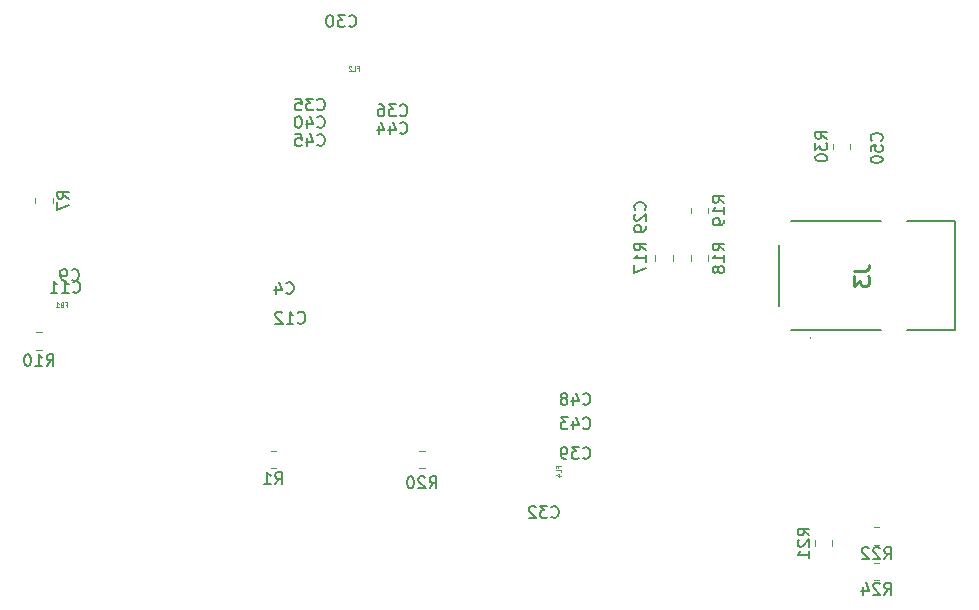
<source format=gbr>
%TF.GenerationSoftware,KiCad,Pcbnew,8.0.2*%
%TF.CreationDate,2025-01-28T20:19:24-08:00*%
%TF.ProjectId,design_revb_2chip,64657369-676e-45f7-9265-76625f326368,rev?*%
%TF.SameCoordinates,Original*%
%TF.FileFunction,Legend,Bot*%
%TF.FilePolarity,Positive*%
%FSLAX46Y46*%
G04 Gerber Fmt 4.6, Leading zero omitted, Abs format (unit mm)*
G04 Created by KiCad (PCBNEW 8.0.2) date 2025-01-28 20:19:24*
%MOMM*%
%LPD*%
G01*
G04 APERTURE LIST*
%ADD10C,0.098425*%
%ADD11C,0.150000*%
%ADD12C,0.254000*%
%ADD13C,0.120000*%
%ADD14C,0.200000*%
%ADD15C,0.100000*%
G04 APERTURE END LIST*
D10*
X181333084Y-75900790D02*
X181464317Y-75900790D01*
X181464317Y-76107014D02*
X181464317Y-75713313D01*
X181464317Y-75713313D02*
X181276841Y-75713313D01*
X180995626Y-75900790D02*
X180939383Y-75919538D01*
X180939383Y-75919538D02*
X180920635Y-75938285D01*
X180920635Y-75938285D02*
X180901887Y-75975781D01*
X180901887Y-75975781D02*
X180901887Y-76032024D01*
X180901887Y-76032024D02*
X180920635Y-76069519D01*
X180920635Y-76069519D02*
X180939383Y-76088267D01*
X180939383Y-76088267D02*
X180976878Y-76107014D01*
X180976878Y-76107014D02*
X181126859Y-76107014D01*
X181126859Y-76107014D02*
X181126859Y-75713313D01*
X181126859Y-75713313D02*
X180995626Y-75713313D01*
X180995626Y-75713313D02*
X180958130Y-75732061D01*
X180958130Y-75732061D02*
X180939383Y-75750809D01*
X180939383Y-75750809D02*
X180920635Y-75788304D01*
X180920635Y-75788304D02*
X180920635Y-75825799D01*
X180920635Y-75825799D02*
X180939383Y-75863295D01*
X180939383Y-75863295D02*
X180958130Y-75882042D01*
X180958130Y-75882042D02*
X180995626Y-75900790D01*
X180995626Y-75900790D02*
X181126859Y-75900790D01*
X180526934Y-76107014D02*
X180751906Y-76107014D01*
X180639420Y-76107014D02*
X180639420Y-75713313D01*
X180639420Y-75713313D02*
X180676915Y-75769556D01*
X180676915Y-75769556D02*
X180714411Y-75807052D01*
X180714411Y-75807052D02*
X180751906Y-75825799D01*
X206030588Y-55900790D02*
X206161821Y-55900790D01*
X206161821Y-56107014D02*
X206161821Y-55713313D01*
X206161821Y-55713313D02*
X205974345Y-55713313D01*
X205636887Y-56107014D02*
X205824363Y-56107014D01*
X205824363Y-56107014D02*
X205824363Y-55713313D01*
X205524401Y-55750809D02*
X205505653Y-55732061D01*
X205505653Y-55732061D02*
X205468158Y-55713313D01*
X205468158Y-55713313D02*
X205374420Y-55713313D01*
X205374420Y-55713313D02*
X205336924Y-55732061D01*
X205336924Y-55732061D02*
X205318177Y-55750809D01*
X205318177Y-55750809D02*
X205299429Y-55788304D01*
X205299429Y-55788304D02*
X205299429Y-55825799D01*
X205299429Y-55825799D02*
X205318177Y-55882042D01*
X205318177Y-55882042D02*
X205543149Y-56107014D01*
X205543149Y-56107014D02*
X205299429Y-56107014D01*
D11*
X250642857Y-97454819D02*
X250976190Y-96978628D01*
X251214285Y-97454819D02*
X251214285Y-96454819D01*
X251214285Y-96454819D02*
X250833333Y-96454819D01*
X250833333Y-96454819D02*
X250738095Y-96502438D01*
X250738095Y-96502438D02*
X250690476Y-96550057D01*
X250690476Y-96550057D02*
X250642857Y-96645295D01*
X250642857Y-96645295D02*
X250642857Y-96788152D01*
X250642857Y-96788152D02*
X250690476Y-96883390D01*
X250690476Y-96883390D02*
X250738095Y-96931009D01*
X250738095Y-96931009D02*
X250833333Y-96978628D01*
X250833333Y-96978628D02*
X251214285Y-96978628D01*
X250261904Y-96550057D02*
X250214285Y-96502438D01*
X250214285Y-96502438D02*
X250119047Y-96454819D01*
X250119047Y-96454819D02*
X249880952Y-96454819D01*
X249880952Y-96454819D02*
X249785714Y-96502438D01*
X249785714Y-96502438D02*
X249738095Y-96550057D01*
X249738095Y-96550057D02*
X249690476Y-96645295D01*
X249690476Y-96645295D02*
X249690476Y-96740533D01*
X249690476Y-96740533D02*
X249738095Y-96883390D01*
X249738095Y-96883390D02*
X250309523Y-97454819D01*
X250309523Y-97454819D02*
X249690476Y-97454819D01*
X249309523Y-96550057D02*
X249261904Y-96502438D01*
X249261904Y-96502438D02*
X249166666Y-96454819D01*
X249166666Y-96454819D02*
X248928571Y-96454819D01*
X248928571Y-96454819D02*
X248833333Y-96502438D01*
X248833333Y-96502438D02*
X248785714Y-96550057D01*
X248785714Y-96550057D02*
X248738095Y-96645295D01*
X248738095Y-96645295D02*
X248738095Y-96740533D01*
X248738095Y-96740533D02*
X248785714Y-96883390D01*
X248785714Y-96883390D02*
X249357142Y-97454819D01*
X249357142Y-97454819D02*
X248738095Y-97454819D01*
X199079166Y-91104819D02*
X199412499Y-90628628D01*
X199650594Y-91104819D02*
X199650594Y-90104819D01*
X199650594Y-90104819D02*
X199269642Y-90104819D01*
X199269642Y-90104819D02*
X199174404Y-90152438D01*
X199174404Y-90152438D02*
X199126785Y-90200057D01*
X199126785Y-90200057D02*
X199079166Y-90295295D01*
X199079166Y-90295295D02*
X199079166Y-90438152D01*
X199079166Y-90438152D02*
X199126785Y-90533390D01*
X199126785Y-90533390D02*
X199174404Y-90581009D01*
X199174404Y-90581009D02*
X199269642Y-90628628D01*
X199269642Y-90628628D02*
X199650594Y-90628628D01*
X198126785Y-91104819D02*
X198698213Y-91104819D01*
X198412499Y-91104819D02*
X198412499Y-90104819D01*
X198412499Y-90104819D02*
X198507737Y-90247676D01*
X198507737Y-90247676D02*
X198602975Y-90342914D01*
X198602975Y-90342914D02*
X198698213Y-90390533D01*
X244304819Y-95444642D02*
X243828628Y-95111309D01*
X244304819Y-94873214D02*
X243304819Y-94873214D01*
X243304819Y-94873214D02*
X243304819Y-95254166D01*
X243304819Y-95254166D02*
X243352438Y-95349404D01*
X243352438Y-95349404D02*
X243400057Y-95397023D01*
X243400057Y-95397023D02*
X243495295Y-95444642D01*
X243495295Y-95444642D02*
X243638152Y-95444642D01*
X243638152Y-95444642D02*
X243733390Y-95397023D01*
X243733390Y-95397023D02*
X243781009Y-95349404D01*
X243781009Y-95349404D02*
X243828628Y-95254166D01*
X243828628Y-95254166D02*
X243828628Y-94873214D01*
X243400057Y-95825595D02*
X243352438Y-95873214D01*
X243352438Y-95873214D02*
X243304819Y-95968452D01*
X243304819Y-95968452D02*
X243304819Y-96206547D01*
X243304819Y-96206547D02*
X243352438Y-96301785D01*
X243352438Y-96301785D02*
X243400057Y-96349404D01*
X243400057Y-96349404D02*
X243495295Y-96397023D01*
X243495295Y-96397023D02*
X243590533Y-96397023D01*
X243590533Y-96397023D02*
X243733390Y-96349404D01*
X243733390Y-96349404D02*
X244304819Y-95777976D01*
X244304819Y-95777976D02*
X244304819Y-96397023D01*
X244304819Y-97349404D02*
X244304819Y-96777976D01*
X244304819Y-97063690D02*
X243304819Y-97063690D01*
X243304819Y-97063690D02*
X243447676Y-96968452D01*
X243447676Y-96968452D02*
X243542914Y-96873214D01*
X243542914Y-96873214D02*
X243590533Y-96777976D01*
X181604819Y-66920833D02*
X181128628Y-66587500D01*
X181604819Y-66349405D02*
X180604819Y-66349405D01*
X180604819Y-66349405D02*
X180604819Y-66730357D01*
X180604819Y-66730357D02*
X180652438Y-66825595D01*
X180652438Y-66825595D02*
X180700057Y-66873214D01*
X180700057Y-66873214D02*
X180795295Y-66920833D01*
X180795295Y-66920833D02*
X180938152Y-66920833D01*
X180938152Y-66920833D02*
X181033390Y-66873214D01*
X181033390Y-66873214D02*
X181081009Y-66825595D01*
X181081009Y-66825595D02*
X181128628Y-66730357D01*
X181128628Y-66730357D02*
X181128628Y-66349405D01*
X180604819Y-67254167D02*
X180604819Y-67920833D01*
X180604819Y-67920833D02*
X181604819Y-67492262D01*
X179730357Y-81104819D02*
X180063690Y-80628628D01*
X180301785Y-81104819D02*
X180301785Y-80104819D01*
X180301785Y-80104819D02*
X179920833Y-80104819D01*
X179920833Y-80104819D02*
X179825595Y-80152438D01*
X179825595Y-80152438D02*
X179777976Y-80200057D01*
X179777976Y-80200057D02*
X179730357Y-80295295D01*
X179730357Y-80295295D02*
X179730357Y-80438152D01*
X179730357Y-80438152D02*
X179777976Y-80533390D01*
X179777976Y-80533390D02*
X179825595Y-80581009D01*
X179825595Y-80581009D02*
X179920833Y-80628628D01*
X179920833Y-80628628D02*
X180301785Y-80628628D01*
X178777976Y-81104819D02*
X179349404Y-81104819D01*
X179063690Y-81104819D02*
X179063690Y-80104819D01*
X179063690Y-80104819D02*
X179158928Y-80247676D01*
X179158928Y-80247676D02*
X179254166Y-80342914D01*
X179254166Y-80342914D02*
X179349404Y-80390533D01*
X178158928Y-80104819D02*
X178063690Y-80104819D01*
X178063690Y-80104819D02*
X177968452Y-80152438D01*
X177968452Y-80152438D02*
X177920833Y-80200057D01*
X177920833Y-80200057D02*
X177873214Y-80295295D01*
X177873214Y-80295295D02*
X177825595Y-80485771D01*
X177825595Y-80485771D02*
X177825595Y-80723866D01*
X177825595Y-80723866D02*
X177873214Y-80914342D01*
X177873214Y-80914342D02*
X177920833Y-81009580D01*
X177920833Y-81009580D02*
X177968452Y-81057200D01*
X177968452Y-81057200D02*
X178063690Y-81104819D01*
X178063690Y-81104819D02*
X178158928Y-81104819D01*
X178158928Y-81104819D02*
X178254166Y-81057200D01*
X178254166Y-81057200D02*
X178301785Y-81009580D01*
X178301785Y-81009580D02*
X178349404Y-80914342D01*
X178349404Y-80914342D02*
X178397023Y-80723866D01*
X178397023Y-80723866D02*
X178397023Y-80485771D01*
X178397023Y-80485771D02*
X178349404Y-80295295D01*
X178349404Y-80295295D02*
X178301785Y-80200057D01*
X178301785Y-80200057D02*
X178254166Y-80152438D01*
X178254166Y-80152438D02*
X178158928Y-80104819D01*
X237104819Y-71303542D02*
X236628628Y-70970209D01*
X237104819Y-70732114D02*
X236104819Y-70732114D01*
X236104819Y-70732114D02*
X236104819Y-71113066D01*
X236104819Y-71113066D02*
X236152438Y-71208304D01*
X236152438Y-71208304D02*
X236200057Y-71255923D01*
X236200057Y-71255923D02*
X236295295Y-71303542D01*
X236295295Y-71303542D02*
X236438152Y-71303542D01*
X236438152Y-71303542D02*
X236533390Y-71255923D01*
X236533390Y-71255923D02*
X236581009Y-71208304D01*
X236581009Y-71208304D02*
X236628628Y-71113066D01*
X236628628Y-71113066D02*
X236628628Y-70732114D01*
X237104819Y-72255923D02*
X237104819Y-71684495D01*
X237104819Y-71970209D02*
X236104819Y-71970209D01*
X236104819Y-71970209D02*
X236247676Y-71874971D01*
X236247676Y-71874971D02*
X236342914Y-71779733D01*
X236342914Y-71779733D02*
X236390533Y-71684495D01*
X236533390Y-72827352D02*
X236485771Y-72732114D01*
X236485771Y-72732114D02*
X236438152Y-72684495D01*
X236438152Y-72684495D02*
X236342914Y-72636876D01*
X236342914Y-72636876D02*
X236295295Y-72636876D01*
X236295295Y-72636876D02*
X236200057Y-72684495D01*
X236200057Y-72684495D02*
X236152438Y-72732114D01*
X236152438Y-72732114D02*
X236104819Y-72827352D01*
X236104819Y-72827352D02*
X236104819Y-73017828D01*
X236104819Y-73017828D02*
X236152438Y-73113066D01*
X236152438Y-73113066D02*
X236200057Y-73160685D01*
X236200057Y-73160685D02*
X236295295Y-73208304D01*
X236295295Y-73208304D02*
X236342914Y-73208304D01*
X236342914Y-73208304D02*
X236438152Y-73160685D01*
X236438152Y-73160685D02*
X236485771Y-73113066D01*
X236485771Y-73113066D02*
X236533390Y-73017828D01*
X236533390Y-73017828D02*
X236533390Y-72827352D01*
X236533390Y-72827352D02*
X236581009Y-72732114D01*
X236581009Y-72732114D02*
X236628628Y-72684495D01*
X236628628Y-72684495D02*
X236723866Y-72636876D01*
X236723866Y-72636876D02*
X236914342Y-72636876D01*
X236914342Y-72636876D02*
X237009580Y-72684495D01*
X237009580Y-72684495D02*
X237057200Y-72732114D01*
X237057200Y-72732114D02*
X237104819Y-72827352D01*
X237104819Y-72827352D02*
X237104819Y-73017828D01*
X237104819Y-73017828D02*
X237057200Y-73113066D01*
X237057200Y-73113066D02*
X237009580Y-73160685D01*
X237009580Y-73160685D02*
X236914342Y-73208304D01*
X236914342Y-73208304D02*
X236723866Y-73208304D01*
X236723866Y-73208304D02*
X236628628Y-73160685D01*
X236628628Y-73160685D02*
X236581009Y-73113066D01*
X236581009Y-73113066D02*
X236533390Y-73017828D01*
X202642857Y-59359580D02*
X202690476Y-59407200D01*
X202690476Y-59407200D02*
X202833333Y-59454819D01*
X202833333Y-59454819D02*
X202928571Y-59454819D01*
X202928571Y-59454819D02*
X203071428Y-59407200D01*
X203071428Y-59407200D02*
X203166666Y-59311961D01*
X203166666Y-59311961D02*
X203214285Y-59216723D01*
X203214285Y-59216723D02*
X203261904Y-59026247D01*
X203261904Y-59026247D02*
X203261904Y-58883390D01*
X203261904Y-58883390D02*
X203214285Y-58692914D01*
X203214285Y-58692914D02*
X203166666Y-58597676D01*
X203166666Y-58597676D02*
X203071428Y-58502438D01*
X203071428Y-58502438D02*
X202928571Y-58454819D01*
X202928571Y-58454819D02*
X202833333Y-58454819D01*
X202833333Y-58454819D02*
X202690476Y-58502438D01*
X202690476Y-58502438D02*
X202642857Y-58550057D01*
X202309523Y-58454819D02*
X201690476Y-58454819D01*
X201690476Y-58454819D02*
X202023809Y-58835771D01*
X202023809Y-58835771D02*
X201880952Y-58835771D01*
X201880952Y-58835771D02*
X201785714Y-58883390D01*
X201785714Y-58883390D02*
X201738095Y-58931009D01*
X201738095Y-58931009D02*
X201690476Y-59026247D01*
X201690476Y-59026247D02*
X201690476Y-59264342D01*
X201690476Y-59264342D02*
X201738095Y-59359580D01*
X201738095Y-59359580D02*
X201785714Y-59407200D01*
X201785714Y-59407200D02*
X201880952Y-59454819D01*
X201880952Y-59454819D02*
X202166666Y-59454819D01*
X202166666Y-59454819D02*
X202261904Y-59407200D01*
X202261904Y-59407200D02*
X202309523Y-59359580D01*
X200785714Y-58454819D02*
X201261904Y-58454819D01*
X201261904Y-58454819D02*
X201309523Y-58931009D01*
X201309523Y-58931009D02*
X201261904Y-58883390D01*
X201261904Y-58883390D02*
X201166666Y-58835771D01*
X201166666Y-58835771D02*
X200928571Y-58835771D01*
X200928571Y-58835771D02*
X200833333Y-58883390D01*
X200833333Y-58883390D02*
X200785714Y-58931009D01*
X200785714Y-58931009D02*
X200738095Y-59026247D01*
X200738095Y-59026247D02*
X200738095Y-59264342D01*
X200738095Y-59264342D02*
X200785714Y-59359580D01*
X200785714Y-59359580D02*
X200833333Y-59407200D01*
X200833333Y-59407200D02*
X200928571Y-59454819D01*
X200928571Y-59454819D02*
X201166666Y-59454819D01*
X201166666Y-59454819D02*
X201261904Y-59407200D01*
X201261904Y-59407200D02*
X201309523Y-59359580D01*
X205322857Y-52309580D02*
X205370476Y-52357200D01*
X205370476Y-52357200D02*
X205513333Y-52404819D01*
X205513333Y-52404819D02*
X205608571Y-52404819D01*
X205608571Y-52404819D02*
X205751428Y-52357200D01*
X205751428Y-52357200D02*
X205846666Y-52261961D01*
X205846666Y-52261961D02*
X205894285Y-52166723D01*
X205894285Y-52166723D02*
X205941904Y-51976247D01*
X205941904Y-51976247D02*
X205941904Y-51833390D01*
X205941904Y-51833390D02*
X205894285Y-51642914D01*
X205894285Y-51642914D02*
X205846666Y-51547676D01*
X205846666Y-51547676D02*
X205751428Y-51452438D01*
X205751428Y-51452438D02*
X205608571Y-51404819D01*
X205608571Y-51404819D02*
X205513333Y-51404819D01*
X205513333Y-51404819D02*
X205370476Y-51452438D01*
X205370476Y-51452438D02*
X205322857Y-51500057D01*
X204989523Y-51404819D02*
X204370476Y-51404819D01*
X204370476Y-51404819D02*
X204703809Y-51785771D01*
X204703809Y-51785771D02*
X204560952Y-51785771D01*
X204560952Y-51785771D02*
X204465714Y-51833390D01*
X204465714Y-51833390D02*
X204418095Y-51881009D01*
X204418095Y-51881009D02*
X204370476Y-51976247D01*
X204370476Y-51976247D02*
X204370476Y-52214342D01*
X204370476Y-52214342D02*
X204418095Y-52309580D01*
X204418095Y-52309580D02*
X204465714Y-52357200D01*
X204465714Y-52357200D02*
X204560952Y-52404819D01*
X204560952Y-52404819D02*
X204846666Y-52404819D01*
X204846666Y-52404819D02*
X204941904Y-52357200D01*
X204941904Y-52357200D02*
X204989523Y-52309580D01*
X203751428Y-51404819D02*
X203656190Y-51404819D01*
X203656190Y-51404819D02*
X203560952Y-51452438D01*
X203560952Y-51452438D02*
X203513333Y-51500057D01*
X203513333Y-51500057D02*
X203465714Y-51595295D01*
X203465714Y-51595295D02*
X203418095Y-51785771D01*
X203418095Y-51785771D02*
X203418095Y-52023866D01*
X203418095Y-52023866D02*
X203465714Y-52214342D01*
X203465714Y-52214342D02*
X203513333Y-52309580D01*
X203513333Y-52309580D02*
X203560952Y-52357200D01*
X203560952Y-52357200D02*
X203656190Y-52404819D01*
X203656190Y-52404819D02*
X203751428Y-52404819D01*
X203751428Y-52404819D02*
X203846666Y-52357200D01*
X203846666Y-52357200D02*
X203894285Y-52309580D01*
X203894285Y-52309580D02*
X203941904Y-52214342D01*
X203941904Y-52214342D02*
X203989523Y-52023866D01*
X203989523Y-52023866D02*
X203989523Y-51785771D01*
X203989523Y-51785771D02*
X203941904Y-51595295D01*
X203941904Y-51595295D02*
X203894285Y-51500057D01*
X203894285Y-51500057D02*
X203846666Y-51452438D01*
X203846666Y-51452438D02*
X203751428Y-51404819D01*
X245804819Y-61857142D02*
X245328628Y-61523809D01*
X245804819Y-61285714D02*
X244804819Y-61285714D01*
X244804819Y-61285714D02*
X244804819Y-61666666D01*
X244804819Y-61666666D02*
X244852438Y-61761904D01*
X244852438Y-61761904D02*
X244900057Y-61809523D01*
X244900057Y-61809523D02*
X244995295Y-61857142D01*
X244995295Y-61857142D02*
X245138152Y-61857142D01*
X245138152Y-61857142D02*
X245233390Y-61809523D01*
X245233390Y-61809523D02*
X245281009Y-61761904D01*
X245281009Y-61761904D02*
X245328628Y-61666666D01*
X245328628Y-61666666D02*
X245328628Y-61285714D01*
X244804819Y-62190476D02*
X244804819Y-62809523D01*
X244804819Y-62809523D02*
X245185771Y-62476190D01*
X245185771Y-62476190D02*
X245185771Y-62619047D01*
X245185771Y-62619047D02*
X245233390Y-62714285D01*
X245233390Y-62714285D02*
X245281009Y-62761904D01*
X245281009Y-62761904D02*
X245376247Y-62809523D01*
X245376247Y-62809523D02*
X245614342Y-62809523D01*
X245614342Y-62809523D02*
X245709580Y-62761904D01*
X245709580Y-62761904D02*
X245757200Y-62714285D01*
X245757200Y-62714285D02*
X245804819Y-62619047D01*
X245804819Y-62619047D02*
X245804819Y-62333333D01*
X245804819Y-62333333D02*
X245757200Y-62238095D01*
X245757200Y-62238095D02*
X245709580Y-62190476D01*
X244804819Y-63428571D02*
X244804819Y-63523809D01*
X244804819Y-63523809D02*
X244852438Y-63619047D01*
X244852438Y-63619047D02*
X244900057Y-63666666D01*
X244900057Y-63666666D02*
X244995295Y-63714285D01*
X244995295Y-63714285D02*
X245185771Y-63761904D01*
X245185771Y-63761904D02*
X245423866Y-63761904D01*
X245423866Y-63761904D02*
X245614342Y-63714285D01*
X245614342Y-63714285D02*
X245709580Y-63666666D01*
X245709580Y-63666666D02*
X245757200Y-63619047D01*
X245757200Y-63619047D02*
X245804819Y-63523809D01*
X245804819Y-63523809D02*
X245804819Y-63428571D01*
X245804819Y-63428571D02*
X245757200Y-63333333D01*
X245757200Y-63333333D02*
X245709580Y-63285714D01*
X245709580Y-63285714D02*
X245614342Y-63238095D01*
X245614342Y-63238095D02*
X245423866Y-63190476D01*
X245423866Y-63190476D02*
X245185771Y-63190476D01*
X245185771Y-63190476D02*
X244995295Y-63238095D01*
X244995295Y-63238095D02*
X244900057Y-63285714D01*
X244900057Y-63285714D02*
X244852438Y-63333333D01*
X244852438Y-63333333D02*
X244804819Y-63428571D01*
X250409580Y-62012142D02*
X250457200Y-61964523D01*
X250457200Y-61964523D02*
X250504819Y-61821666D01*
X250504819Y-61821666D02*
X250504819Y-61726428D01*
X250504819Y-61726428D02*
X250457200Y-61583571D01*
X250457200Y-61583571D02*
X250361961Y-61488333D01*
X250361961Y-61488333D02*
X250266723Y-61440714D01*
X250266723Y-61440714D02*
X250076247Y-61393095D01*
X250076247Y-61393095D02*
X249933390Y-61393095D01*
X249933390Y-61393095D02*
X249742914Y-61440714D01*
X249742914Y-61440714D02*
X249647676Y-61488333D01*
X249647676Y-61488333D02*
X249552438Y-61583571D01*
X249552438Y-61583571D02*
X249504819Y-61726428D01*
X249504819Y-61726428D02*
X249504819Y-61821666D01*
X249504819Y-61821666D02*
X249552438Y-61964523D01*
X249552438Y-61964523D02*
X249600057Y-62012142D01*
X249504819Y-62916904D02*
X249504819Y-62440714D01*
X249504819Y-62440714D02*
X249981009Y-62393095D01*
X249981009Y-62393095D02*
X249933390Y-62440714D01*
X249933390Y-62440714D02*
X249885771Y-62535952D01*
X249885771Y-62535952D02*
X249885771Y-62774047D01*
X249885771Y-62774047D02*
X249933390Y-62869285D01*
X249933390Y-62869285D02*
X249981009Y-62916904D01*
X249981009Y-62916904D02*
X250076247Y-62964523D01*
X250076247Y-62964523D02*
X250314342Y-62964523D01*
X250314342Y-62964523D02*
X250409580Y-62916904D01*
X250409580Y-62916904D02*
X250457200Y-62869285D01*
X250457200Y-62869285D02*
X250504819Y-62774047D01*
X250504819Y-62774047D02*
X250504819Y-62535952D01*
X250504819Y-62535952D02*
X250457200Y-62440714D01*
X250457200Y-62440714D02*
X250409580Y-62393095D01*
X249504819Y-63583571D02*
X249504819Y-63678809D01*
X249504819Y-63678809D02*
X249552438Y-63774047D01*
X249552438Y-63774047D02*
X249600057Y-63821666D01*
X249600057Y-63821666D02*
X249695295Y-63869285D01*
X249695295Y-63869285D02*
X249885771Y-63916904D01*
X249885771Y-63916904D02*
X250123866Y-63916904D01*
X250123866Y-63916904D02*
X250314342Y-63869285D01*
X250314342Y-63869285D02*
X250409580Y-63821666D01*
X250409580Y-63821666D02*
X250457200Y-63774047D01*
X250457200Y-63774047D02*
X250504819Y-63678809D01*
X250504819Y-63678809D02*
X250504819Y-63583571D01*
X250504819Y-63583571D02*
X250457200Y-63488333D01*
X250457200Y-63488333D02*
X250409580Y-63440714D01*
X250409580Y-63440714D02*
X250314342Y-63393095D01*
X250314342Y-63393095D02*
X250123866Y-63345476D01*
X250123866Y-63345476D02*
X249885771Y-63345476D01*
X249885771Y-63345476D02*
X249695295Y-63393095D01*
X249695295Y-63393095D02*
X249600057Y-63440714D01*
X249600057Y-63440714D02*
X249552438Y-63488333D01*
X249552438Y-63488333D02*
X249504819Y-63583571D01*
X200987857Y-77409580D02*
X201035476Y-77457200D01*
X201035476Y-77457200D02*
X201178333Y-77504819D01*
X201178333Y-77504819D02*
X201273571Y-77504819D01*
X201273571Y-77504819D02*
X201416428Y-77457200D01*
X201416428Y-77457200D02*
X201511666Y-77361961D01*
X201511666Y-77361961D02*
X201559285Y-77266723D01*
X201559285Y-77266723D02*
X201606904Y-77076247D01*
X201606904Y-77076247D02*
X201606904Y-76933390D01*
X201606904Y-76933390D02*
X201559285Y-76742914D01*
X201559285Y-76742914D02*
X201511666Y-76647676D01*
X201511666Y-76647676D02*
X201416428Y-76552438D01*
X201416428Y-76552438D02*
X201273571Y-76504819D01*
X201273571Y-76504819D02*
X201178333Y-76504819D01*
X201178333Y-76504819D02*
X201035476Y-76552438D01*
X201035476Y-76552438D02*
X200987857Y-76600057D01*
X200035476Y-77504819D02*
X200606904Y-77504819D01*
X200321190Y-77504819D02*
X200321190Y-76504819D01*
X200321190Y-76504819D02*
X200416428Y-76647676D01*
X200416428Y-76647676D02*
X200511666Y-76742914D01*
X200511666Y-76742914D02*
X200606904Y-76790533D01*
X199654523Y-76600057D02*
X199606904Y-76552438D01*
X199606904Y-76552438D02*
X199511666Y-76504819D01*
X199511666Y-76504819D02*
X199273571Y-76504819D01*
X199273571Y-76504819D02*
X199178333Y-76552438D01*
X199178333Y-76552438D02*
X199130714Y-76600057D01*
X199130714Y-76600057D02*
X199083095Y-76695295D01*
X199083095Y-76695295D02*
X199083095Y-76790533D01*
X199083095Y-76790533D02*
X199130714Y-76933390D01*
X199130714Y-76933390D02*
X199702142Y-77504819D01*
X199702142Y-77504819D02*
X199083095Y-77504819D01*
X181962857Y-74809580D02*
X182010476Y-74857200D01*
X182010476Y-74857200D02*
X182153333Y-74904819D01*
X182153333Y-74904819D02*
X182248571Y-74904819D01*
X182248571Y-74904819D02*
X182391428Y-74857200D01*
X182391428Y-74857200D02*
X182486666Y-74761961D01*
X182486666Y-74761961D02*
X182534285Y-74666723D01*
X182534285Y-74666723D02*
X182581904Y-74476247D01*
X182581904Y-74476247D02*
X182581904Y-74333390D01*
X182581904Y-74333390D02*
X182534285Y-74142914D01*
X182534285Y-74142914D02*
X182486666Y-74047676D01*
X182486666Y-74047676D02*
X182391428Y-73952438D01*
X182391428Y-73952438D02*
X182248571Y-73904819D01*
X182248571Y-73904819D02*
X182153333Y-73904819D01*
X182153333Y-73904819D02*
X182010476Y-73952438D01*
X182010476Y-73952438D02*
X181962857Y-74000057D01*
X181010476Y-74904819D02*
X181581904Y-74904819D01*
X181296190Y-74904819D02*
X181296190Y-73904819D01*
X181296190Y-73904819D02*
X181391428Y-74047676D01*
X181391428Y-74047676D02*
X181486666Y-74142914D01*
X181486666Y-74142914D02*
X181581904Y-74190533D01*
X180058095Y-74904819D02*
X180629523Y-74904819D01*
X180343809Y-74904819D02*
X180343809Y-73904819D01*
X180343809Y-73904819D02*
X180439047Y-74047676D01*
X180439047Y-74047676D02*
X180534285Y-74142914D01*
X180534285Y-74142914D02*
X180629523Y-74190533D01*
X200011666Y-74909580D02*
X200059285Y-74957200D01*
X200059285Y-74957200D02*
X200202142Y-75004819D01*
X200202142Y-75004819D02*
X200297380Y-75004819D01*
X200297380Y-75004819D02*
X200440237Y-74957200D01*
X200440237Y-74957200D02*
X200535475Y-74861961D01*
X200535475Y-74861961D02*
X200583094Y-74766723D01*
X200583094Y-74766723D02*
X200630713Y-74576247D01*
X200630713Y-74576247D02*
X200630713Y-74433390D01*
X200630713Y-74433390D02*
X200583094Y-74242914D01*
X200583094Y-74242914D02*
X200535475Y-74147676D01*
X200535475Y-74147676D02*
X200440237Y-74052438D01*
X200440237Y-74052438D02*
X200297380Y-74004819D01*
X200297380Y-74004819D02*
X200202142Y-74004819D01*
X200202142Y-74004819D02*
X200059285Y-74052438D01*
X200059285Y-74052438D02*
X200011666Y-74100057D01*
X199154523Y-74338152D02*
X199154523Y-75004819D01*
X199392618Y-73957200D02*
X199630713Y-74671485D01*
X199630713Y-74671485D02*
X199011666Y-74671485D01*
D10*
X223040790Y-89714412D02*
X223040790Y-89583178D01*
X223247014Y-89583178D02*
X222853313Y-89583178D01*
X222853313Y-89583178D02*
X222853313Y-89770655D01*
X223247014Y-90108113D02*
X223247014Y-89920636D01*
X223247014Y-89920636D02*
X222853313Y-89920636D01*
X222984547Y-90408075D02*
X223247014Y-90408075D01*
X222834566Y-90314337D02*
X223115781Y-90220598D01*
X223115781Y-90220598D02*
X223115781Y-90464318D01*
D11*
X202642857Y-62359580D02*
X202690476Y-62407200D01*
X202690476Y-62407200D02*
X202833333Y-62454819D01*
X202833333Y-62454819D02*
X202928571Y-62454819D01*
X202928571Y-62454819D02*
X203071428Y-62407200D01*
X203071428Y-62407200D02*
X203166666Y-62311961D01*
X203166666Y-62311961D02*
X203214285Y-62216723D01*
X203214285Y-62216723D02*
X203261904Y-62026247D01*
X203261904Y-62026247D02*
X203261904Y-61883390D01*
X203261904Y-61883390D02*
X203214285Y-61692914D01*
X203214285Y-61692914D02*
X203166666Y-61597676D01*
X203166666Y-61597676D02*
X203071428Y-61502438D01*
X203071428Y-61502438D02*
X202928571Y-61454819D01*
X202928571Y-61454819D02*
X202833333Y-61454819D01*
X202833333Y-61454819D02*
X202690476Y-61502438D01*
X202690476Y-61502438D02*
X202642857Y-61550057D01*
X201785714Y-61788152D02*
X201785714Y-62454819D01*
X202023809Y-61407200D02*
X202261904Y-62121485D01*
X202261904Y-62121485D02*
X201642857Y-62121485D01*
X200785714Y-61454819D02*
X201261904Y-61454819D01*
X201261904Y-61454819D02*
X201309523Y-61931009D01*
X201309523Y-61931009D02*
X201261904Y-61883390D01*
X201261904Y-61883390D02*
X201166666Y-61835771D01*
X201166666Y-61835771D02*
X200928571Y-61835771D01*
X200928571Y-61835771D02*
X200833333Y-61883390D01*
X200833333Y-61883390D02*
X200785714Y-61931009D01*
X200785714Y-61931009D02*
X200738095Y-62026247D01*
X200738095Y-62026247D02*
X200738095Y-62264342D01*
X200738095Y-62264342D02*
X200785714Y-62359580D01*
X200785714Y-62359580D02*
X200833333Y-62407200D01*
X200833333Y-62407200D02*
X200928571Y-62454819D01*
X200928571Y-62454819D02*
X201166666Y-62454819D01*
X201166666Y-62454819D02*
X201261904Y-62407200D01*
X201261904Y-62407200D02*
X201309523Y-62359580D01*
X202642857Y-60859580D02*
X202690476Y-60907200D01*
X202690476Y-60907200D02*
X202833333Y-60954819D01*
X202833333Y-60954819D02*
X202928571Y-60954819D01*
X202928571Y-60954819D02*
X203071428Y-60907200D01*
X203071428Y-60907200D02*
X203166666Y-60811961D01*
X203166666Y-60811961D02*
X203214285Y-60716723D01*
X203214285Y-60716723D02*
X203261904Y-60526247D01*
X203261904Y-60526247D02*
X203261904Y-60383390D01*
X203261904Y-60383390D02*
X203214285Y-60192914D01*
X203214285Y-60192914D02*
X203166666Y-60097676D01*
X203166666Y-60097676D02*
X203071428Y-60002438D01*
X203071428Y-60002438D02*
X202928571Y-59954819D01*
X202928571Y-59954819D02*
X202833333Y-59954819D01*
X202833333Y-59954819D02*
X202690476Y-60002438D01*
X202690476Y-60002438D02*
X202642857Y-60050057D01*
X201785714Y-60288152D02*
X201785714Y-60954819D01*
X202023809Y-59907200D02*
X202261904Y-60621485D01*
X202261904Y-60621485D02*
X201642857Y-60621485D01*
X201071428Y-59954819D02*
X200976190Y-59954819D01*
X200976190Y-59954819D02*
X200880952Y-60002438D01*
X200880952Y-60002438D02*
X200833333Y-60050057D01*
X200833333Y-60050057D02*
X200785714Y-60145295D01*
X200785714Y-60145295D02*
X200738095Y-60335771D01*
X200738095Y-60335771D02*
X200738095Y-60573866D01*
X200738095Y-60573866D02*
X200785714Y-60764342D01*
X200785714Y-60764342D02*
X200833333Y-60859580D01*
X200833333Y-60859580D02*
X200880952Y-60907200D01*
X200880952Y-60907200D02*
X200976190Y-60954819D01*
X200976190Y-60954819D02*
X201071428Y-60954819D01*
X201071428Y-60954819D02*
X201166666Y-60907200D01*
X201166666Y-60907200D02*
X201214285Y-60859580D01*
X201214285Y-60859580D02*
X201261904Y-60764342D01*
X201261904Y-60764342D02*
X201309523Y-60573866D01*
X201309523Y-60573866D02*
X201309523Y-60335771D01*
X201309523Y-60335771D02*
X201261904Y-60145295D01*
X201261904Y-60145295D02*
X201214285Y-60050057D01*
X201214285Y-60050057D02*
X201166666Y-60002438D01*
X201166666Y-60002438D02*
X201071428Y-59954819D01*
X225142857Y-84309580D02*
X225190476Y-84357200D01*
X225190476Y-84357200D02*
X225333333Y-84404819D01*
X225333333Y-84404819D02*
X225428571Y-84404819D01*
X225428571Y-84404819D02*
X225571428Y-84357200D01*
X225571428Y-84357200D02*
X225666666Y-84261961D01*
X225666666Y-84261961D02*
X225714285Y-84166723D01*
X225714285Y-84166723D02*
X225761904Y-83976247D01*
X225761904Y-83976247D02*
X225761904Y-83833390D01*
X225761904Y-83833390D02*
X225714285Y-83642914D01*
X225714285Y-83642914D02*
X225666666Y-83547676D01*
X225666666Y-83547676D02*
X225571428Y-83452438D01*
X225571428Y-83452438D02*
X225428571Y-83404819D01*
X225428571Y-83404819D02*
X225333333Y-83404819D01*
X225333333Y-83404819D02*
X225190476Y-83452438D01*
X225190476Y-83452438D02*
X225142857Y-83500057D01*
X224285714Y-83738152D02*
X224285714Y-84404819D01*
X224523809Y-83357200D02*
X224761904Y-84071485D01*
X224761904Y-84071485D02*
X224142857Y-84071485D01*
X223619047Y-83833390D02*
X223714285Y-83785771D01*
X223714285Y-83785771D02*
X223761904Y-83738152D01*
X223761904Y-83738152D02*
X223809523Y-83642914D01*
X223809523Y-83642914D02*
X223809523Y-83595295D01*
X223809523Y-83595295D02*
X223761904Y-83500057D01*
X223761904Y-83500057D02*
X223714285Y-83452438D01*
X223714285Y-83452438D02*
X223619047Y-83404819D01*
X223619047Y-83404819D02*
X223428571Y-83404819D01*
X223428571Y-83404819D02*
X223333333Y-83452438D01*
X223333333Y-83452438D02*
X223285714Y-83500057D01*
X223285714Y-83500057D02*
X223238095Y-83595295D01*
X223238095Y-83595295D02*
X223238095Y-83642914D01*
X223238095Y-83642914D02*
X223285714Y-83738152D01*
X223285714Y-83738152D02*
X223333333Y-83785771D01*
X223333333Y-83785771D02*
X223428571Y-83833390D01*
X223428571Y-83833390D02*
X223619047Y-83833390D01*
X223619047Y-83833390D02*
X223714285Y-83881009D01*
X223714285Y-83881009D02*
X223761904Y-83928628D01*
X223761904Y-83928628D02*
X223809523Y-84023866D01*
X223809523Y-84023866D02*
X223809523Y-84214342D01*
X223809523Y-84214342D02*
X223761904Y-84309580D01*
X223761904Y-84309580D02*
X223714285Y-84357200D01*
X223714285Y-84357200D02*
X223619047Y-84404819D01*
X223619047Y-84404819D02*
X223428571Y-84404819D01*
X223428571Y-84404819D02*
X223333333Y-84357200D01*
X223333333Y-84357200D02*
X223285714Y-84309580D01*
X223285714Y-84309580D02*
X223238095Y-84214342D01*
X223238095Y-84214342D02*
X223238095Y-84023866D01*
X223238095Y-84023866D02*
X223285714Y-83928628D01*
X223285714Y-83928628D02*
X223333333Y-83881009D01*
X223333333Y-83881009D02*
X223428571Y-83833390D01*
X222462857Y-93859580D02*
X222510476Y-93907200D01*
X222510476Y-93907200D02*
X222653333Y-93954819D01*
X222653333Y-93954819D02*
X222748571Y-93954819D01*
X222748571Y-93954819D02*
X222891428Y-93907200D01*
X222891428Y-93907200D02*
X222986666Y-93811961D01*
X222986666Y-93811961D02*
X223034285Y-93716723D01*
X223034285Y-93716723D02*
X223081904Y-93526247D01*
X223081904Y-93526247D02*
X223081904Y-93383390D01*
X223081904Y-93383390D02*
X223034285Y-93192914D01*
X223034285Y-93192914D02*
X222986666Y-93097676D01*
X222986666Y-93097676D02*
X222891428Y-93002438D01*
X222891428Y-93002438D02*
X222748571Y-92954819D01*
X222748571Y-92954819D02*
X222653333Y-92954819D01*
X222653333Y-92954819D02*
X222510476Y-93002438D01*
X222510476Y-93002438D02*
X222462857Y-93050057D01*
X222129523Y-92954819D02*
X221510476Y-92954819D01*
X221510476Y-92954819D02*
X221843809Y-93335771D01*
X221843809Y-93335771D02*
X221700952Y-93335771D01*
X221700952Y-93335771D02*
X221605714Y-93383390D01*
X221605714Y-93383390D02*
X221558095Y-93431009D01*
X221558095Y-93431009D02*
X221510476Y-93526247D01*
X221510476Y-93526247D02*
X221510476Y-93764342D01*
X221510476Y-93764342D02*
X221558095Y-93859580D01*
X221558095Y-93859580D02*
X221605714Y-93907200D01*
X221605714Y-93907200D02*
X221700952Y-93954819D01*
X221700952Y-93954819D02*
X221986666Y-93954819D01*
X221986666Y-93954819D02*
X222081904Y-93907200D01*
X222081904Y-93907200D02*
X222129523Y-93859580D01*
X221129523Y-93050057D02*
X221081904Y-93002438D01*
X221081904Y-93002438D02*
X220986666Y-92954819D01*
X220986666Y-92954819D02*
X220748571Y-92954819D01*
X220748571Y-92954819D02*
X220653333Y-93002438D01*
X220653333Y-93002438D02*
X220605714Y-93050057D01*
X220605714Y-93050057D02*
X220558095Y-93145295D01*
X220558095Y-93145295D02*
X220558095Y-93240533D01*
X220558095Y-93240533D02*
X220605714Y-93383390D01*
X220605714Y-93383390D02*
X221177142Y-93954819D01*
X221177142Y-93954819D02*
X220558095Y-93954819D01*
X225142857Y-86359580D02*
X225190476Y-86407200D01*
X225190476Y-86407200D02*
X225333333Y-86454819D01*
X225333333Y-86454819D02*
X225428571Y-86454819D01*
X225428571Y-86454819D02*
X225571428Y-86407200D01*
X225571428Y-86407200D02*
X225666666Y-86311961D01*
X225666666Y-86311961D02*
X225714285Y-86216723D01*
X225714285Y-86216723D02*
X225761904Y-86026247D01*
X225761904Y-86026247D02*
X225761904Y-85883390D01*
X225761904Y-85883390D02*
X225714285Y-85692914D01*
X225714285Y-85692914D02*
X225666666Y-85597676D01*
X225666666Y-85597676D02*
X225571428Y-85502438D01*
X225571428Y-85502438D02*
X225428571Y-85454819D01*
X225428571Y-85454819D02*
X225333333Y-85454819D01*
X225333333Y-85454819D02*
X225190476Y-85502438D01*
X225190476Y-85502438D02*
X225142857Y-85550057D01*
X224285714Y-85788152D02*
X224285714Y-86454819D01*
X224523809Y-85407200D02*
X224761904Y-86121485D01*
X224761904Y-86121485D02*
X224142857Y-86121485D01*
X223857142Y-85454819D02*
X223238095Y-85454819D01*
X223238095Y-85454819D02*
X223571428Y-85835771D01*
X223571428Y-85835771D02*
X223428571Y-85835771D01*
X223428571Y-85835771D02*
X223333333Y-85883390D01*
X223333333Y-85883390D02*
X223285714Y-85931009D01*
X223285714Y-85931009D02*
X223238095Y-86026247D01*
X223238095Y-86026247D02*
X223238095Y-86264342D01*
X223238095Y-86264342D02*
X223285714Y-86359580D01*
X223285714Y-86359580D02*
X223333333Y-86407200D01*
X223333333Y-86407200D02*
X223428571Y-86454819D01*
X223428571Y-86454819D02*
X223714285Y-86454819D01*
X223714285Y-86454819D02*
X223809523Y-86407200D01*
X223809523Y-86407200D02*
X223857142Y-86359580D01*
X209642857Y-59859580D02*
X209690476Y-59907200D01*
X209690476Y-59907200D02*
X209833333Y-59954819D01*
X209833333Y-59954819D02*
X209928571Y-59954819D01*
X209928571Y-59954819D02*
X210071428Y-59907200D01*
X210071428Y-59907200D02*
X210166666Y-59811961D01*
X210166666Y-59811961D02*
X210214285Y-59716723D01*
X210214285Y-59716723D02*
X210261904Y-59526247D01*
X210261904Y-59526247D02*
X210261904Y-59383390D01*
X210261904Y-59383390D02*
X210214285Y-59192914D01*
X210214285Y-59192914D02*
X210166666Y-59097676D01*
X210166666Y-59097676D02*
X210071428Y-59002438D01*
X210071428Y-59002438D02*
X209928571Y-58954819D01*
X209928571Y-58954819D02*
X209833333Y-58954819D01*
X209833333Y-58954819D02*
X209690476Y-59002438D01*
X209690476Y-59002438D02*
X209642857Y-59050057D01*
X209309523Y-58954819D02*
X208690476Y-58954819D01*
X208690476Y-58954819D02*
X209023809Y-59335771D01*
X209023809Y-59335771D02*
X208880952Y-59335771D01*
X208880952Y-59335771D02*
X208785714Y-59383390D01*
X208785714Y-59383390D02*
X208738095Y-59431009D01*
X208738095Y-59431009D02*
X208690476Y-59526247D01*
X208690476Y-59526247D02*
X208690476Y-59764342D01*
X208690476Y-59764342D02*
X208738095Y-59859580D01*
X208738095Y-59859580D02*
X208785714Y-59907200D01*
X208785714Y-59907200D02*
X208880952Y-59954819D01*
X208880952Y-59954819D02*
X209166666Y-59954819D01*
X209166666Y-59954819D02*
X209261904Y-59907200D01*
X209261904Y-59907200D02*
X209309523Y-59859580D01*
X207833333Y-58954819D02*
X208023809Y-58954819D01*
X208023809Y-58954819D02*
X208119047Y-59002438D01*
X208119047Y-59002438D02*
X208166666Y-59050057D01*
X208166666Y-59050057D02*
X208261904Y-59192914D01*
X208261904Y-59192914D02*
X208309523Y-59383390D01*
X208309523Y-59383390D02*
X208309523Y-59764342D01*
X208309523Y-59764342D02*
X208261904Y-59859580D01*
X208261904Y-59859580D02*
X208214285Y-59907200D01*
X208214285Y-59907200D02*
X208119047Y-59954819D01*
X208119047Y-59954819D02*
X207928571Y-59954819D01*
X207928571Y-59954819D02*
X207833333Y-59907200D01*
X207833333Y-59907200D02*
X207785714Y-59859580D01*
X207785714Y-59859580D02*
X207738095Y-59764342D01*
X207738095Y-59764342D02*
X207738095Y-59526247D01*
X207738095Y-59526247D02*
X207785714Y-59431009D01*
X207785714Y-59431009D02*
X207833333Y-59383390D01*
X207833333Y-59383390D02*
X207928571Y-59335771D01*
X207928571Y-59335771D02*
X208119047Y-59335771D01*
X208119047Y-59335771D02*
X208214285Y-59383390D01*
X208214285Y-59383390D02*
X208261904Y-59431009D01*
X208261904Y-59431009D02*
X208309523Y-59526247D01*
X209642857Y-61359580D02*
X209690476Y-61407200D01*
X209690476Y-61407200D02*
X209833333Y-61454819D01*
X209833333Y-61454819D02*
X209928571Y-61454819D01*
X209928571Y-61454819D02*
X210071428Y-61407200D01*
X210071428Y-61407200D02*
X210166666Y-61311961D01*
X210166666Y-61311961D02*
X210214285Y-61216723D01*
X210214285Y-61216723D02*
X210261904Y-61026247D01*
X210261904Y-61026247D02*
X210261904Y-60883390D01*
X210261904Y-60883390D02*
X210214285Y-60692914D01*
X210214285Y-60692914D02*
X210166666Y-60597676D01*
X210166666Y-60597676D02*
X210071428Y-60502438D01*
X210071428Y-60502438D02*
X209928571Y-60454819D01*
X209928571Y-60454819D02*
X209833333Y-60454819D01*
X209833333Y-60454819D02*
X209690476Y-60502438D01*
X209690476Y-60502438D02*
X209642857Y-60550057D01*
X208785714Y-60788152D02*
X208785714Y-61454819D01*
X209023809Y-60407200D02*
X209261904Y-61121485D01*
X209261904Y-61121485D02*
X208642857Y-61121485D01*
X207833333Y-60788152D02*
X207833333Y-61454819D01*
X208071428Y-60407200D02*
X208309523Y-61121485D01*
X208309523Y-61121485D02*
X207690476Y-61121485D01*
X250642857Y-100454819D02*
X250976190Y-99978628D01*
X251214285Y-100454819D02*
X251214285Y-99454819D01*
X251214285Y-99454819D02*
X250833333Y-99454819D01*
X250833333Y-99454819D02*
X250738095Y-99502438D01*
X250738095Y-99502438D02*
X250690476Y-99550057D01*
X250690476Y-99550057D02*
X250642857Y-99645295D01*
X250642857Y-99645295D02*
X250642857Y-99788152D01*
X250642857Y-99788152D02*
X250690476Y-99883390D01*
X250690476Y-99883390D02*
X250738095Y-99931009D01*
X250738095Y-99931009D02*
X250833333Y-99978628D01*
X250833333Y-99978628D02*
X251214285Y-99978628D01*
X250261904Y-99550057D02*
X250214285Y-99502438D01*
X250214285Y-99502438D02*
X250119047Y-99454819D01*
X250119047Y-99454819D02*
X249880952Y-99454819D01*
X249880952Y-99454819D02*
X249785714Y-99502438D01*
X249785714Y-99502438D02*
X249738095Y-99550057D01*
X249738095Y-99550057D02*
X249690476Y-99645295D01*
X249690476Y-99645295D02*
X249690476Y-99740533D01*
X249690476Y-99740533D02*
X249738095Y-99883390D01*
X249738095Y-99883390D02*
X250309523Y-100454819D01*
X250309523Y-100454819D02*
X249690476Y-100454819D01*
X248833333Y-99788152D02*
X248833333Y-100454819D01*
X249071428Y-99407200D02*
X249309523Y-100121485D01*
X249309523Y-100121485D02*
X248690476Y-100121485D01*
D12*
X248104318Y-73026667D02*
X249011461Y-73026667D01*
X249011461Y-73026667D02*
X249192889Y-72966190D01*
X249192889Y-72966190D02*
X249313842Y-72845238D01*
X249313842Y-72845238D02*
X249374318Y-72663809D01*
X249374318Y-72663809D02*
X249374318Y-72542857D01*
X248104318Y-73510476D02*
X248104318Y-74296667D01*
X248104318Y-74296667D02*
X248588127Y-73873333D01*
X248588127Y-73873333D02*
X248588127Y-74054762D01*
X248588127Y-74054762D02*
X248648603Y-74175714D01*
X248648603Y-74175714D02*
X248709080Y-74236190D01*
X248709080Y-74236190D02*
X248830032Y-74296667D01*
X248830032Y-74296667D02*
X249132413Y-74296667D01*
X249132413Y-74296667D02*
X249253365Y-74236190D01*
X249253365Y-74236190D02*
X249313842Y-74175714D01*
X249313842Y-74175714D02*
X249374318Y-74054762D01*
X249374318Y-74054762D02*
X249374318Y-73691905D01*
X249374318Y-73691905D02*
X249313842Y-73570952D01*
X249313842Y-73570952D02*
X249253365Y-73510476D01*
D11*
X181846666Y-73809580D02*
X181894285Y-73857200D01*
X181894285Y-73857200D02*
X182037142Y-73904819D01*
X182037142Y-73904819D02*
X182132380Y-73904819D01*
X182132380Y-73904819D02*
X182275237Y-73857200D01*
X182275237Y-73857200D02*
X182370475Y-73761961D01*
X182370475Y-73761961D02*
X182418094Y-73666723D01*
X182418094Y-73666723D02*
X182465713Y-73476247D01*
X182465713Y-73476247D02*
X182465713Y-73333390D01*
X182465713Y-73333390D02*
X182418094Y-73142914D01*
X182418094Y-73142914D02*
X182370475Y-73047676D01*
X182370475Y-73047676D02*
X182275237Y-72952438D01*
X182275237Y-72952438D02*
X182132380Y-72904819D01*
X182132380Y-72904819D02*
X182037142Y-72904819D01*
X182037142Y-72904819D02*
X181894285Y-72952438D01*
X181894285Y-72952438D02*
X181846666Y-73000057D01*
X181370475Y-73904819D02*
X181179999Y-73904819D01*
X181179999Y-73904819D02*
X181084761Y-73857200D01*
X181084761Y-73857200D02*
X181037142Y-73809580D01*
X181037142Y-73809580D02*
X180941904Y-73666723D01*
X180941904Y-73666723D02*
X180894285Y-73476247D01*
X180894285Y-73476247D02*
X180894285Y-73095295D01*
X180894285Y-73095295D02*
X180941904Y-73000057D01*
X180941904Y-73000057D02*
X180989523Y-72952438D01*
X180989523Y-72952438D02*
X181084761Y-72904819D01*
X181084761Y-72904819D02*
X181275237Y-72904819D01*
X181275237Y-72904819D02*
X181370475Y-72952438D01*
X181370475Y-72952438D02*
X181418094Y-73000057D01*
X181418094Y-73000057D02*
X181465713Y-73095295D01*
X181465713Y-73095295D02*
X181465713Y-73333390D01*
X181465713Y-73333390D02*
X181418094Y-73428628D01*
X181418094Y-73428628D02*
X181370475Y-73476247D01*
X181370475Y-73476247D02*
X181275237Y-73523866D01*
X181275237Y-73523866D02*
X181084761Y-73523866D01*
X181084761Y-73523866D02*
X180989523Y-73476247D01*
X180989523Y-73476247D02*
X180941904Y-73428628D01*
X180941904Y-73428628D02*
X180894285Y-73333390D01*
X230359580Y-67857142D02*
X230407200Y-67809523D01*
X230407200Y-67809523D02*
X230454819Y-67666666D01*
X230454819Y-67666666D02*
X230454819Y-67571428D01*
X230454819Y-67571428D02*
X230407200Y-67428571D01*
X230407200Y-67428571D02*
X230311961Y-67333333D01*
X230311961Y-67333333D02*
X230216723Y-67285714D01*
X230216723Y-67285714D02*
X230026247Y-67238095D01*
X230026247Y-67238095D02*
X229883390Y-67238095D01*
X229883390Y-67238095D02*
X229692914Y-67285714D01*
X229692914Y-67285714D02*
X229597676Y-67333333D01*
X229597676Y-67333333D02*
X229502438Y-67428571D01*
X229502438Y-67428571D02*
X229454819Y-67571428D01*
X229454819Y-67571428D02*
X229454819Y-67666666D01*
X229454819Y-67666666D02*
X229502438Y-67809523D01*
X229502438Y-67809523D02*
X229550057Y-67857142D01*
X229550057Y-68238095D02*
X229502438Y-68285714D01*
X229502438Y-68285714D02*
X229454819Y-68380952D01*
X229454819Y-68380952D02*
X229454819Y-68619047D01*
X229454819Y-68619047D02*
X229502438Y-68714285D01*
X229502438Y-68714285D02*
X229550057Y-68761904D01*
X229550057Y-68761904D02*
X229645295Y-68809523D01*
X229645295Y-68809523D02*
X229740533Y-68809523D01*
X229740533Y-68809523D02*
X229883390Y-68761904D01*
X229883390Y-68761904D02*
X230454819Y-68190476D01*
X230454819Y-68190476D02*
X230454819Y-68809523D01*
X230454819Y-69285714D02*
X230454819Y-69476190D01*
X230454819Y-69476190D02*
X230407200Y-69571428D01*
X230407200Y-69571428D02*
X230359580Y-69619047D01*
X230359580Y-69619047D02*
X230216723Y-69714285D01*
X230216723Y-69714285D02*
X230026247Y-69761904D01*
X230026247Y-69761904D02*
X229645295Y-69761904D01*
X229645295Y-69761904D02*
X229550057Y-69714285D01*
X229550057Y-69714285D02*
X229502438Y-69666666D01*
X229502438Y-69666666D02*
X229454819Y-69571428D01*
X229454819Y-69571428D02*
X229454819Y-69380952D01*
X229454819Y-69380952D02*
X229502438Y-69285714D01*
X229502438Y-69285714D02*
X229550057Y-69238095D01*
X229550057Y-69238095D02*
X229645295Y-69190476D01*
X229645295Y-69190476D02*
X229883390Y-69190476D01*
X229883390Y-69190476D02*
X229978628Y-69238095D01*
X229978628Y-69238095D02*
X230026247Y-69285714D01*
X230026247Y-69285714D02*
X230073866Y-69380952D01*
X230073866Y-69380952D02*
X230073866Y-69571428D01*
X230073866Y-69571428D02*
X230026247Y-69666666D01*
X230026247Y-69666666D02*
X229978628Y-69714285D01*
X229978628Y-69714285D02*
X229883390Y-69761904D01*
X212142857Y-91454819D02*
X212476190Y-90978628D01*
X212714285Y-91454819D02*
X212714285Y-90454819D01*
X212714285Y-90454819D02*
X212333333Y-90454819D01*
X212333333Y-90454819D02*
X212238095Y-90502438D01*
X212238095Y-90502438D02*
X212190476Y-90550057D01*
X212190476Y-90550057D02*
X212142857Y-90645295D01*
X212142857Y-90645295D02*
X212142857Y-90788152D01*
X212142857Y-90788152D02*
X212190476Y-90883390D01*
X212190476Y-90883390D02*
X212238095Y-90931009D01*
X212238095Y-90931009D02*
X212333333Y-90978628D01*
X212333333Y-90978628D02*
X212714285Y-90978628D01*
X211761904Y-90550057D02*
X211714285Y-90502438D01*
X211714285Y-90502438D02*
X211619047Y-90454819D01*
X211619047Y-90454819D02*
X211380952Y-90454819D01*
X211380952Y-90454819D02*
X211285714Y-90502438D01*
X211285714Y-90502438D02*
X211238095Y-90550057D01*
X211238095Y-90550057D02*
X211190476Y-90645295D01*
X211190476Y-90645295D02*
X211190476Y-90740533D01*
X211190476Y-90740533D02*
X211238095Y-90883390D01*
X211238095Y-90883390D02*
X211809523Y-91454819D01*
X211809523Y-91454819D02*
X211190476Y-91454819D01*
X210571428Y-90454819D02*
X210476190Y-90454819D01*
X210476190Y-90454819D02*
X210380952Y-90502438D01*
X210380952Y-90502438D02*
X210333333Y-90550057D01*
X210333333Y-90550057D02*
X210285714Y-90645295D01*
X210285714Y-90645295D02*
X210238095Y-90835771D01*
X210238095Y-90835771D02*
X210238095Y-91073866D01*
X210238095Y-91073866D02*
X210285714Y-91264342D01*
X210285714Y-91264342D02*
X210333333Y-91359580D01*
X210333333Y-91359580D02*
X210380952Y-91407200D01*
X210380952Y-91407200D02*
X210476190Y-91454819D01*
X210476190Y-91454819D02*
X210571428Y-91454819D01*
X210571428Y-91454819D02*
X210666666Y-91407200D01*
X210666666Y-91407200D02*
X210714285Y-91359580D01*
X210714285Y-91359580D02*
X210761904Y-91264342D01*
X210761904Y-91264342D02*
X210809523Y-91073866D01*
X210809523Y-91073866D02*
X210809523Y-90835771D01*
X210809523Y-90835771D02*
X210761904Y-90645295D01*
X210761904Y-90645295D02*
X210714285Y-90550057D01*
X210714285Y-90550057D02*
X210666666Y-90502438D01*
X210666666Y-90502438D02*
X210571428Y-90454819D01*
X225142857Y-88859580D02*
X225190476Y-88907200D01*
X225190476Y-88907200D02*
X225333333Y-88954819D01*
X225333333Y-88954819D02*
X225428571Y-88954819D01*
X225428571Y-88954819D02*
X225571428Y-88907200D01*
X225571428Y-88907200D02*
X225666666Y-88811961D01*
X225666666Y-88811961D02*
X225714285Y-88716723D01*
X225714285Y-88716723D02*
X225761904Y-88526247D01*
X225761904Y-88526247D02*
X225761904Y-88383390D01*
X225761904Y-88383390D02*
X225714285Y-88192914D01*
X225714285Y-88192914D02*
X225666666Y-88097676D01*
X225666666Y-88097676D02*
X225571428Y-88002438D01*
X225571428Y-88002438D02*
X225428571Y-87954819D01*
X225428571Y-87954819D02*
X225333333Y-87954819D01*
X225333333Y-87954819D02*
X225190476Y-88002438D01*
X225190476Y-88002438D02*
X225142857Y-88050057D01*
X224809523Y-87954819D02*
X224190476Y-87954819D01*
X224190476Y-87954819D02*
X224523809Y-88335771D01*
X224523809Y-88335771D02*
X224380952Y-88335771D01*
X224380952Y-88335771D02*
X224285714Y-88383390D01*
X224285714Y-88383390D02*
X224238095Y-88431009D01*
X224238095Y-88431009D02*
X224190476Y-88526247D01*
X224190476Y-88526247D02*
X224190476Y-88764342D01*
X224190476Y-88764342D02*
X224238095Y-88859580D01*
X224238095Y-88859580D02*
X224285714Y-88907200D01*
X224285714Y-88907200D02*
X224380952Y-88954819D01*
X224380952Y-88954819D02*
X224666666Y-88954819D01*
X224666666Y-88954819D02*
X224761904Y-88907200D01*
X224761904Y-88907200D02*
X224809523Y-88859580D01*
X223714285Y-88954819D02*
X223523809Y-88954819D01*
X223523809Y-88954819D02*
X223428571Y-88907200D01*
X223428571Y-88907200D02*
X223380952Y-88859580D01*
X223380952Y-88859580D02*
X223285714Y-88716723D01*
X223285714Y-88716723D02*
X223238095Y-88526247D01*
X223238095Y-88526247D02*
X223238095Y-88145295D01*
X223238095Y-88145295D02*
X223285714Y-88050057D01*
X223285714Y-88050057D02*
X223333333Y-88002438D01*
X223333333Y-88002438D02*
X223428571Y-87954819D01*
X223428571Y-87954819D02*
X223619047Y-87954819D01*
X223619047Y-87954819D02*
X223714285Y-88002438D01*
X223714285Y-88002438D02*
X223761904Y-88050057D01*
X223761904Y-88050057D02*
X223809523Y-88145295D01*
X223809523Y-88145295D02*
X223809523Y-88383390D01*
X223809523Y-88383390D02*
X223761904Y-88478628D01*
X223761904Y-88478628D02*
X223714285Y-88526247D01*
X223714285Y-88526247D02*
X223619047Y-88573866D01*
X223619047Y-88573866D02*
X223428571Y-88573866D01*
X223428571Y-88573866D02*
X223333333Y-88526247D01*
X223333333Y-88526247D02*
X223285714Y-88478628D01*
X223285714Y-88478628D02*
X223238095Y-88383390D01*
X230454819Y-71303542D02*
X229978628Y-70970209D01*
X230454819Y-70732114D02*
X229454819Y-70732114D01*
X229454819Y-70732114D02*
X229454819Y-71113066D01*
X229454819Y-71113066D02*
X229502438Y-71208304D01*
X229502438Y-71208304D02*
X229550057Y-71255923D01*
X229550057Y-71255923D02*
X229645295Y-71303542D01*
X229645295Y-71303542D02*
X229788152Y-71303542D01*
X229788152Y-71303542D02*
X229883390Y-71255923D01*
X229883390Y-71255923D02*
X229931009Y-71208304D01*
X229931009Y-71208304D02*
X229978628Y-71113066D01*
X229978628Y-71113066D02*
X229978628Y-70732114D01*
X230454819Y-72255923D02*
X230454819Y-71684495D01*
X230454819Y-71970209D02*
X229454819Y-71970209D01*
X229454819Y-71970209D02*
X229597676Y-71874971D01*
X229597676Y-71874971D02*
X229692914Y-71779733D01*
X229692914Y-71779733D02*
X229740533Y-71684495D01*
X229454819Y-72589257D02*
X229454819Y-73255923D01*
X229454819Y-73255923D02*
X230454819Y-72827352D01*
X237104819Y-67269642D02*
X236628628Y-66936309D01*
X237104819Y-66698214D02*
X236104819Y-66698214D01*
X236104819Y-66698214D02*
X236104819Y-67079166D01*
X236104819Y-67079166D02*
X236152438Y-67174404D01*
X236152438Y-67174404D02*
X236200057Y-67222023D01*
X236200057Y-67222023D02*
X236295295Y-67269642D01*
X236295295Y-67269642D02*
X236438152Y-67269642D01*
X236438152Y-67269642D02*
X236533390Y-67222023D01*
X236533390Y-67222023D02*
X236581009Y-67174404D01*
X236581009Y-67174404D02*
X236628628Y-67079166D01*
X236628628Y-67079166D02*
X236628628Y-66698214D01*
X237104819Y-68222023D02*
X237104819Y-67650595D01*
X237104819Y-67936309D02*
X236104819Y-67936309D01*
X236104819Y-67936309D02*
X236247676Y-67841071D01*
X236247676Y-67841071D02*
X236342914Y-67745833D01*
X236342914Y-67745833D02*
X236390533Y-67650595D01*
X237104819Y-68698214D02*
X237104819Y-68888690D01*
X237104819Y-68888690D02*
X237057200Y-68983928D01*
X237057200Y-68983928D02*
X237009580Y-69031547D01*
X237009580Y-69031547D02*
X236866723Y-69126785D01*
X236866723Y-69126785D02*
X236676247Y-69174404D01*
X236676247Y-69174404D02*
X236295295Y-69174404D01*
X236295295Y-69174404D02*
X236200057Y-69126785D01*
X236200057Y-69126785D02*
X236152438Y-69079166D01*
X236152438Y-69079166D02*
X236104819Y-68983928D01*
X236104819Y-68983928D02*
X236104819Y-68793452D01*
X236104819Y-68793452D02*
X236152438Y-68698214D01*
X236152438Y-68698214D02*
X236200057Y-68650595D01*
X236200057Y-68650595D02*
X236295295Y-68602976D01*
X236295295Y-68602976D02*
X236533390Y-68602976D01*
X236533390Y-68602976D02*
X236628628Y-68650595D01*
X236628628Y-68650595D02*
X236676247Y-68698214D01*
X236676247Y-68698214D02*
X236723866Y-68793452D01*
X236723866Y-68793452D02*
X236723866Y-68983928D01*
X236723866Y-68983928D02*
X236676247Y-69079166D01*
X236676247Y-69079166D02*
X236628628Y-69126785D01*
X236628628Y-69126785D02*
X236533390Y-69174404D01*
D13*
%TO.C,R22*%
X250227064Y-94765000D02*
X249772936Y-94765000D01*
X250227064Y-96235000D02*
X249772936Y-96235000D01*
%TO.C,R1*%
X199139564Y-88265000D02*
X198685436Y-88265000D01*
X199139564Y-89735000D02*
X198685436Y-89735000D01*
%TO.C,R21*%
X244765000Y-96314564D02*
X244765000Y-95860436D01*
X246235000Y-96314564D02*
X246235000Y-95860436D01*
%TO.C,R7*%
X178765000Y-66860436D02*
X178765000Y-67314564D01*
X180235000Y-66860436D02*
X180235000Y-67314564D01*
%TO.C,R10*%
X179314564Y-78265000D02*
X178860436Y-78265000D01*
X179314564Y-79735000D02*
X178860436Y-79735000D01*
%TO.C,R18*%
X234265000Y-71719336D02*
X234265000Y-72173464D01*
X235735000Y-71719336D02*
X235735000Y-72173464D01*
%TO.C,R30*%
X246265000Y-62727064D02*
X246265000Y-62272936D01*
X247735000Y-62727064D02*
X247735000Y-62272936D01*
%TO.C,R24*%
X249772936Y-97765000D02*
X250227064Y-97765000D01*
X249772936Y-99235000D02*
X250227064Y-99235000D01*
D14*
%TO.C,J3*%
X241750000Y-76050000D02*
X241750000Y-70850000D01*
X242750000Y-68850000D02*
X250350000Y-68850000D01*
D15*
X244350000Y-78650000D02*
X244350000Y-78650000D01*
X244350000Y-78750000D02*
X244350000Y-78750000D01*
D14*
X250350000Y-78050000D02*
X242750000Y-78050000D01*
X252550000Y-68850000D02*
X256600000Y-68850000D01*
X256600000Y-68850000D02*
X256600000Y-78050000D01*
X256600000Y-78050000D02*
X252550000Y-78050000D01*
D15*
X244350000Y-78650000D02*
G75*
G02*
X244350000Y-78750000I0J-50000D01*
G01*
X244350000Y-78750000D02*
G75*
G02*
X244350000Y-78650000I0J50000D01*
G01*
D13*
%TO.C,R20*%
X211272936Y-88265000D02*
X211727064Y-88265000D01*
X211272936Y-89735000D02*
X211727064Y-89735000D01*
%TO.C,R17*%
X231265000Y-71719336D02*
X231265000Y-72173464D01*
X232735000Y-71719336D02*
X232735000Y-72173464D01*
%TO.C,R19*%
X234265000Y-67685436D02*
X234265000Y-68139564D01*
X235735000Y-67685436D02*
X235735000Y-68139564D01*
%TD*%
M02*

</source>
